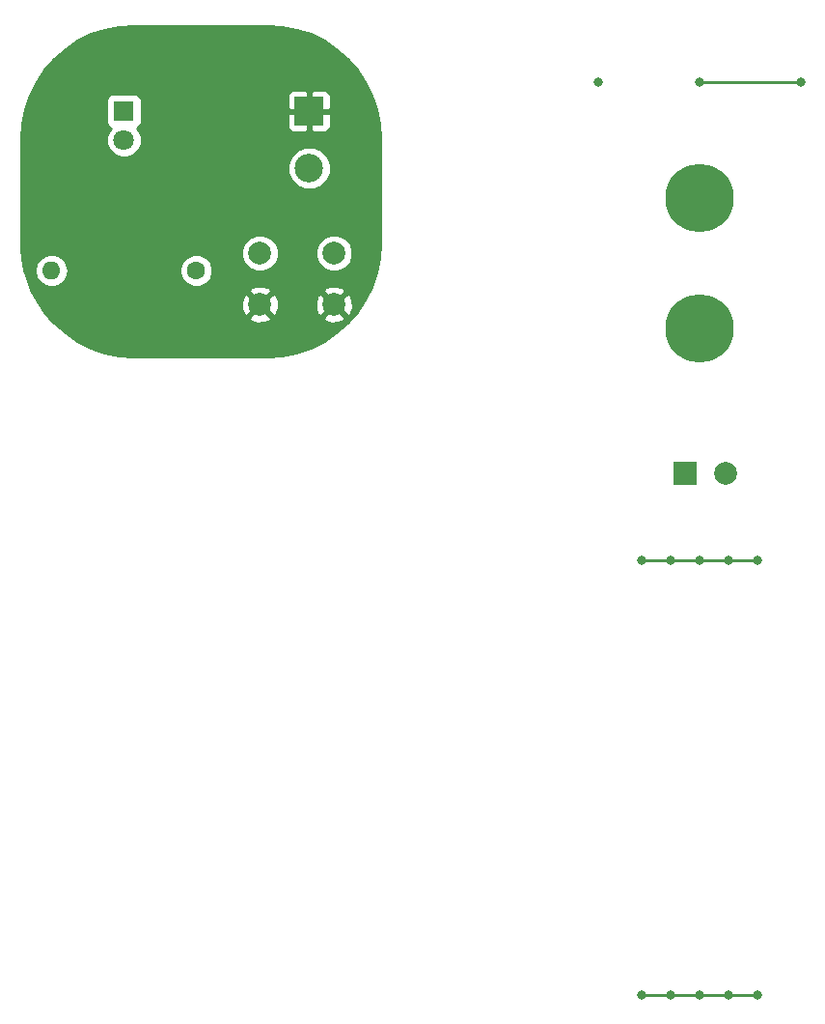
<source format=gbr>
G04 #@! TF.GenerationSoftware,KiCad,Pcbnew,5.0.1*
G04 #@! TF.CreationDate,2019-03-06T14:15:35+01:00*
G04 #@! TF.ProjectId,workshop,776F726B73686F702E6B696361645F70,rev?*
G04 #@! TF.SameCoordinates,Original*
G04 #@! TF.FileFunction,Copper,L2,Bot,Signal*
G04 #@! TF.FilePolarity,Positive*
%FSLAX46Y46*%
G04 Gerber Fmt 4.6, Leading zero omitted, Abs format (unit mm)*
G04 Created by KiCad (PCBNEW 5.0.1) date Mi 06 Mär 2019 14:15:35 CET*
%MOMM*%
%LPD*%
G01*
G04 APERTURE LIST*
G04 #@! TA.AperFunction,ComponentPad*
%ADD10C,6.000000*%
G04 #@! TD*
G04 #@! TA.AperFunction,ComponentPad*
%ADD11C,2.000000*%
G04 #@! TD*
G04 #@! TA.AperFunction,ComponentPad*
%ADD12C,1.800000*%
G04 #@! TD*
G04 #@! TA.AperFunction,ComponentPad*
%ADD13R,1.800000X1.800000*%
G04 #@! TD*
G04 #@! TA.AperFunction,ComponentPad*
%ADD14O,1.600000X1.600000*%
G04 #@! TD*
G04 #@! TA.AperFunction,ComponentPad*
%ADD15C,1.600000*%
G04 #@! TD*
G04 #@! TA.AperFunction,ComponentPad*
%ADD16C,2.500000*%
G04 #@! TD*
G04 #@! TA.AperFunction,ComponentPad*
%ADD17R,2.500000X2.500000*%
G04 #@! TD*
G04 #@! TA.AperFunction,ComponentPad*
%ADD18R,2.000000X2.000000*%
G04 #@! TD*
G04 #@! TA.AperFunction,ViaPad*
%ADD19C,0.800000*%
G04 #@! TD*
G04 #@! TA.AperFunction,Conductor*
%ADD20C,0.250000*%
G04 #@! TD*
G04 #@! TA.AperFunction,Conductor*
%ADD21C,0.254000*%
G04 #@! TD*
G04 APERTURE END LIST*
D10*
G04 #@! TO.P,REF\002A\002A,1*
G04 #@! TO.N,N/C*
X196850000Y-106680000D03*
G04 #@! TD*
D11*
G04 #@! TO.P,SW1,1*
G04 #@! TO.N,Net-(D1-Pad1)*
X164742000Y-100076000D03*
G04 #@! TO.P,SW1,2*
G04 #@! TO.N,GND*
X164742000Y-104576000D03*
G04 #@! TO.P,SW1,1*
G04 #@! TO.N,Net-(D1-Pad1)*
X158242000Y-100076000D03*
G04 #@! TO.P,SW1,2*
G04 #@! TO.N,GND*
X158242000Y-104576000D03*
G04 #@! TD*
D12*
G04 #@! TO.P,D1,2*
G04 #@! TO.N,Net-(D1-Pad2)*
X146304000Y-90170000D03*
D13*
G04 #@! TO.P,D1,1*
G04 #@! TO.N,Net-(D1-Pad1)*
X146304000Y-87630000D03*
G04 #@! TD*
D14*
G04 #@! TO.P,R1,2*
G04 #@! TO.N,+5V*
X139954000Y-101600000D03*
D15*
G04 #@! TO.P,R1,1*
G04 #@! TO.N,Net-(D1-Pad2)*
X152654000Y-101600000D03*
G04 #@! TD*
D16*
G04 #@! TO.P,J1,2*
G04 #@! TO.N,+5V*
X162560000Y-92630000D03*
D17*
G04 #@! TO.P,J1,1*
G04 #@! TO.N,GND*
X162560000Y-87630000D03*
G04 #@! TD*
D10*
G04 #@! TO.P,REF\002A\002A,1*
G04 #@! TO.N,GND*
X196850000Y-95250000D03*
G04 #@! TD*
D18*
G04 #@! TO.P,REF\002A\002A,1*
G04 #@! TO.N,N/C*
X195580000Y-119380000D03*
D11*
G04 #@! TO.P,REF\002A\002A,2*
X199080000Y-119380000D03*
G04 #@! TD*
D19*
G04 #@! TO.N,*
X187960000Y-85090000D03*
X205740000Y-85090000D03*
X196850000Y-85090000D03*
X191770000Y-127000000D03*
X194310000Y-127000000D03*
X196850000Y-127000000D03*
X199390000Y-127000000D03*
X201930000Y-127000000D03*
X191770000Y-165100000D03*
X194310000Y-165100000D03*
X196850000Y-165100000D03*
X199390000Y-165100000D03*
X201930000Y-165100000D03*
G04 #@! TD*
D20*
G04 #@! TO.N,*
X191770000Y-127000000D02*
X194310000Y-127000000D01*
X196850000Y-127000000D02*
X194310000Y-127000000D01*
X196850000Y-127000000D02*
X199390000Y-127000000D01*
X199390000Y-127000000D02*
X201930000Y-127000000D01*
X191770000Y-165100000D02*
X194310000Y-165100000D01*
X194310000Y-165100000D02*
X196850000Y-165100000D01*
X196850000Y-165100000D02*
X199390000Y-165100000D01*
X199390000Y-165100000D02*
X201930000Y-165100000D01*
X196850000Y-85090000D02*
X205740000Y-85090000D01*
G04 #@! TD*
D21*
G04 #@! TO.N,GND*
G36*
X160198646Y-80221734D02*
X161465253Y-80473679D01*
X162688126Y-80888789D01*
X163846365Y-81459968D01*
X164920134Y-82177438D01*
X165891073Y-83028927D01*
X166742562Y-83999866D01*
X167460032Y-85073635D01*
X168031211Y-86231874D01*
X168446321Y-87454747D01*
X168698266Y-88721354D01*
X168783000Y-90014156D01*
X168783000Y-99215844D01*
X168698266Y-100508646D01*
X168446321Y-101775253D01*
X168031211Y-102998126D01*
X167460032Y-104156365D01*
X166742562Y-105230134D01*
X165891073Y-106201073D01*
X164920134Y-107052562D01*
X163846365Y-107770032D01*
X162688126Y-108341211D01*
X161465253Y-108756321D01*
X160198646Y-109008266D01*
X158905844Y-109093000D01*
X147164156Y-109093000D01*
X145871354Y-109008266D01*
X144604747Y-108756321D01*
X143381874Y-108341211D01*
X142223635Y-107770032D01*
X141149866Y-107052562D01*
X140178927Y-106201073D01*
X139764521Y-105728532D01*
X157269073Y-105728532D01*
X157367736Y-105995387D01*
X157977461Y-106221908D01*
X158627460Y-106197856D01*
X159116264Y-105995387D01*
X159214927Y-105728532D01*
X163769073Y-105728532D01*
X163867736Y-105995387D01*
X164477461Y-106221908D01*
X165127460Y-106197856D01*
X165616264Y-105995387D01*
X165714927Y-105728532D01*
X164742000Y-104755605D01*
X163769073Y-105728532D01*
X159214927Y-105728532D01*
X158242000Y-104755605D01*
X157269073Y-105728532D01*
X139764521Y-105728532D01*
X139327438Y-105230134D01*
X138713600Y-104311461D01*
X156596092Y-104311461D01*
X156620144Y-104961460D01*
X156822613Y-105450264D01*
X157089468Y-105548927D01*
X158062395Y-104576000D01*
X158421605Y-104576000D01*
X159394532Y-105548927D01*
X159661387Y-105450264D01*
X159887908Y-104840539D01*
X159868331Y-104311461D01*
X163096092Y-104311461D01*
X163120144Y-104961460D01*
X163322613Y-105450264D01*
X163589468Y-105548927D01*
X164562395Y-104576000D01*
X164921605Y-104576000D01*
X165894532Y-105548927D01*
X166161387Y-105450264D01*
X166387908Y-104840539D01*
X166363856Y-104190540D01*
X166161387Y-103701736D01*
X165894532Y-103603073D01*
X164921605Y-104576000D01*
X164562395Y-104576000D01*
X163589468Y-103603073D01*
X163322613Y-103701736D01*
X163096092Y-104311461D01*
X159868331Y-104311461D01*
X159863856Y-104190540D01*
X159661387Y-103701736D01*
X159394532Y-103603073D01*
X158421605Y-104576000D01*
X158062395Y-104576000D01*
X157089468Y-103603073D01*
X156822613Y-103701736D01*
X156596092Y-104311461D01*
X138713600Y-104311461D01*
X138609968Y-104156365D01*
X138248544Y-103423468D01*
X157269073Y-103423468D01*
X158242000Y-104396395D01*
X159214927Y-103423468D01*
X163769073Y-103423468D01*
X164742000Y-104396395D01*
X165714927Y-103423468D01*
X165616264Y-103156613D01*
X165006539Y-102930092D01*
X164356540Y-102954144D01*
X163867736Y-103156613D01*
X163769073Y-103423468D01*
X159214927Y-103423468D01*
X159116264Y-103156613D01*
X158506539Y-102930092D01*
X157856540Y-102954144D01*
X157367736Y-103156613D01*
X157269073Y-103423468D01*
X138248544Y-103423468D01*
X138038789Y-102998126D01*
X137623679Y-101775253D01*
X137588819Y-101600000D01*
X138490887Y-101600000D01*
X138602260Y-102159909D01*
X138919423Y-102634577D01*
X139394091Y-102951740D01*
X139812667Y-103035000D01*
X140095333Y-103035000D01*
X140513909Y-102951740D01*
X140988577Y-102634577D01*
X141305740Y-102159909D01*
X141417113Y-101600000D01*
X141360336Y-101314561D01*
X151219000Y-101314561D01*
X151219000Y-101885439D01*
X151437466Y-102412862D01*
X151841138Y-102816534D01*
X152368561Y-103035000D01*
X152939439Y-103035000D01*
X153466862Y-102816534D01*
X153870534Y-102412862D01*
X154089000Y-101885439D01*
X154089000Y-101314561D01*
X153870534Y-100787138D01*
X153466862Y-100383466D01*
X152939439Y-100165000D01*
X152368561Y-100165000D01*
X151841138Y-100383466D01*
X151437466Y-100787138D01*
X151219000Y-101314561D01*
X141360336Y-101314561D01*
X141305740Y-101040091D01*
X140988577Y-100565423D01*
X140513909Y-100248260D01*
X140095333Y-100165000D01*
X139812667Y-100165000D01*
X139394091Y-100248260D01*
X138919423Y-100565423D01*
X138602260Y-101040091D01*
X138490887Y-101600000D01*
X137588819Y-101600000D01*
X137371734Y-100508646D01*
X137322062Y-99750778D01*
X156607000Y-99750778D01*
X156607000Y-100401222D01*
X156855914Y-101002153D01*
X157315847Y-101462086D01*
X157916778Y-101711000D01*
X158567222Y-101711000D01*
X159168153Y-101462086D01*
X159628086Y-101002153D01*
X159877000Y-100401222D01*
X159877000Y-99750778D01*
X163107000Y-99750778D01*
X163107000Y-100401222D01*
X163355914Y-101002153D01*
X163815847Y-101462086D01*
X164416778Y-101711000D01*
X165067222Y-101711000D01*
X165668153Y-101462086D01*
X166128086Y-101002153D01*
X166377000Y-100401222D01*
X166377000Y-99750778D01*
X166128086Y-99149847D01*
X165668153Y-98689914D01*
X165067222Y-98441000D01*
X164416778Y-98441000D01*
X163815847Y-98689914D01*
X163355914Y-99149847D01*
X163107000Y-99750778D01*
X159877000Y-99750778D01*
X159628086Y-99149847D01*
X159168153Y-98689914D01*
X158567222Y-98441000D01*
X157916778Y-98441000D01*
X157315847Y-98689914D01*
X156855914Y-99149847D01*
X156607000Y-99750778D01*
X137322062Y-99750778D01*
X137287000Y-99215844D01*
X137287000Y-92255050D01*
X160675000Y-92255050D01*
X160675000Y-93004950D01*
X160961974Y-93697767D01*
X161492233Y-94228026D01*
X162185050Y-94515000D01*
X162934950Y-94515000D01*
X163627767Y-94228026D01*
X164158026Y-93697767D01*
X164445000Y-93004950D01*
X164445000Y-92255050D01*
X164158026Y-91562233D01*
X163627767Y-91031974D01*
X162934950Y-90745000D01*
X162185050Y-90745000D01*
X161492233Y-91031974D01*
X160961974Y-91562233D01*
X160675000Y-92255050D01*
X137287000Y-92255050D01*
X137287000Y-90014156D01*
X137371734Y-88721354D01*
X137623679Y-87454747D01*
X137869697Y-86730000D01*
X144756560Y-86730000D01*
X144756560Y-88530000D01*
X144805843Y-88777765D01*
X144946191Y-88987809D01*
X145156235Y-89128157D01*
X145171908Y-89131275D01*
X145002690Y-89300493D01*
X144769000Y-89864670D01*
X144769000Y-90475330D01*
X145002690Y-91039507D01*
X145434493Y-91471310D01*
X145998670Y-91705000D01*
X146609330Y-91705000D01*
X147173507Y-91471310D01*
X147605310Y-91039507D01*
X147839000Y-90475330D01*
X147839000Y-89864670D01*
X147605310Y-89300493D01*
X147436092Y-89131275D01*
X147451765Y-89128157D01*
X147661809Y-88987809D01*
X147802157Y-88777765D01*
X147851440Y-88530000D01*
X147851440Y-87915750D01*
X160675000Y-87915750D01*
X160675000Y-89006309D01*
X160771673Y-89239698D01*
X160950301Y-89418327D01*
X161183690Y-89515000D01*
X162274250Y-89515000D01*
X162433000Y-89356250D01*
X162433000Y-87757000D01*
X162687000Y-87757000D01*
X162687000Y-89356250D01*
X162845750Y-89515000D01*
X163936310Y-89515000D01*
X164169699Y-89418327D01*
X164348327Y-89239698D01*
X164445000Y-89006309D01*
X164445000Y-87915750D01*
X164286250Y-87757000D01*
X162687000Y-87757000D01*
X162433000Y-87757000D01*
X160833750Y-87757000D01*
X160675000Y-87915750D01*
X147851440Y-87915750D01*
X147851440Y-86730000D01*
X147802157Y-86482235D01*
X147661809Y-86272191D01*
X147634123Y-86253691D01*
X160675000Y-86253691D01*
X160675000Y-87344250D01*
X160833750Y-87503000D01*
X162433000Y-87503000D01*
X162433000Y-85903750D01*
X162687000Y-85903750D01*
X162687000Y-87503000D01*
X164286250Y-87503000D01*
X164445000Y-87344250D01*
X164445000Y-86253691D01*
X164348327Y-86020302D01*
X164169699Y-85841673D01*
X163936310Y-85745000D01*
X162845750Y-85745000D01*
X162687000Y-85903750D01*
X162433000Y-85903750D01*
X162274250Y-85745000D01*
X161183690Y-85745000D01*
X160950301Y-85841673D01*
X160771673Y-86020302D01*
X160675000Y-86253691D01*
X147634123Y-86253691D01*
X147451765Y-86131843D01*
X147204000Y-86082560D01*
X145404000Y-86082560D01*
X145156235Y-86131843D01*
X144946191Y-86272191D01*
X144805843Y-86482235D01*
X144756560Y-86730000D01*
X137869697Y-86730000D01*
X138038789Y-86231874D01*
X138609968Y-85073635D01*
X139327438Y-83999866D01*
X140178927Y-83028927D01*
X141149866Y-82177438D01*
X142223635Y-81459968D01*
X143381874Y-80888789D01*
X144604747Y-80473679D01*
X145871354Y-80221734D01*
X147164156Y-80137000D01*
X158905844Y-80137000D01*
X160198646Y-80221734D01*
X160198646Y-80221734D01*
G37*
X160198646Y-80221734D02*
X161465253Y-80473679D01*
X162688126Y-80888789D01*
X163846365Y-81459968D01*
X164920134Y-82177438D01*
X165891073Y-83028927D01*
X166742562Y-83999866D01*
X167460032Y-85073635D01*
X168031211Y-86231874D01*
X168446321Y-87454747D01*
X168698266Y-88721354D01*
X168783000Y-90014156D01*
X168783000Y-99215844D01*
X168698266Y-100508646D01*
X168446321Y-101775253D01*
X168031211Y-102998126D01*
X167460032Y-104156365D01*
X166742562Y-105230134D01*
X165891073Y-106201073D01*
X164920134Y-107052562D01*
X163846365Y-107770032D01*
X162688126Y-108341211D01*
X161465253Y-108756321D01*
X160198646Y-109008266D01*
X158905844Y-109093000D01*
X147164156Y-109093000D01*
X145871354Y-109008266D01*
X144604747Y-108756321D01*
X143381874Y-108341211D01*
X142223635Y-107770032D01*
X141149866Y-107052562D01*
X140178927Y-106201073D01*
X139764521Y-105728532D01*
X157269073Y-105728532D01*
X157367736Y-105995387D01*
X157977461Y-106221908D01*
X158627460Y-106197856D01*
X159116264Y-105995387D01*
X159214927Y-105728532D01*
X163769073Y-105728532D01*
X163867736Y-105995387D01*
X164477461Y-106221908D01*
X165127460Y-106197856D01*
X165616264Y-105995387D01*
X165714927Y-105728532D01*
X164742000Y-104755605D01*
X163769073Y-105728532D01*
X159214927Y-105728532D01*
X158242000Y-104755605D01*
X157269073Y-105728532D01*
X139764521Y-105728532D01*
X139327438Y-105230134D01*
X138713600Y-104311461D01*
X156596092Y-104311461D01*
X156620144Y-104961460D01*
X156822613Y-105450264D01*
X157089468Y-105548927D01*
X158062395Y-104576000D01*
X158421605Y-104576000D01*
X159394532Y-105548927D01*
X159661387Y-105450264D01*
X159887908Y-104840539D01*
X159868331Y-104311461D01*
X163096092Y-104311461D01*
X163120144Y-104961460D01*
X163322613Y-105450264D01*
X163589468Y-105548927D01*
X164562395Y-104576000D01*
X164921605Y-104576000D01*
X165894532Y-105548927D01*
X166161387Y-105450264D01*
X166387908Y-104840539D01*
X166363856Y-104190540D01*
X166161387Y-103701736D01*
X165894532Y-103603073D01*
X164921605Y-104576000D01*
X164562395Y-104576000D01*
X163589468Y-103603073D01*
X163322613Y-103701736D01*
X163096092Y-104311461D01*
X159868331Y-104311461D01*
X159863856Y-104190540D01*
X159661387Y-103701736D01*
X159394532Y-103603073D01*
X158421605Y-104576000D01*
X158062395Y-104576000D01*
X157089468Y-103603073D01*
X156822613Y-103701736D01*
X156596092Y-104311461D01*
X138713600Y-104311461D01*
X138609968Y-104156365D01*
X138248544Y-103423468D01*
X157269073Y-103423468D01*
X158242000Y-104396395D01*
X159214927Y-103423468D01*
X163769073Y-103423468D01*
X164742000Y-104396395D01*
X165714927Y-103423468D01*
X165616264Y-103156613D01*
X165006539Y-102930092D01*
X164356540Y-102954144D01*
X163867736Y-103156613D01*
X163769073Y-103423468D01*
X159214927Y-103423468D01*
X159116264Y-103156613D01*
X158506539Y-102930092D01*
X157856540Y-102954144D01*
X157367736Y-103156613D01*
X157269073Y-103423468D01*
X138248544Y-103423468D01*
X138038789Y-102998126D01*
X137623679Y-101775253D01*
X137588819Y-101600000D01*
X138490887Y-101600000D01*
X138602260Y-102159909D01*
X138919423Y-102634577D01*
X139394091Y-102951740D01*
X139812667Y-103035000D01*
X140095333Y-103035000D01*
X140513909Y-102951740D01*
X140988577Y-102634577D01*
X141305740Y-102159909D01*
X141417113Y-101600000D01*
X141360336Y-101314561D01*
X151219000Y-101314561D01*
X151219000Y-101885439D01*
X151437466Y-102412862D01*
X151841138Y-102816534D01*
X152368561Y-103035000D01*
X152939439Y-103035000D01*
X153466862Y-102816534D01*
X153870534Y-102412862D01*
X154089000Y-101885439D01*
X154089000Y-101314561D01*
X153870534Y-100787138D01*
X153466862Y-100383466D01*
X152939439Y-100165000D01*
X152368561Y-100165000D01*
X151841138Y-100383466D01*
X151437466Y-100787138D01*
X151219000Y-101314561D01*
X141360336Y-101314561D01*
X141305740Y-101040091D01*
X140988577Y-100565423D01*
X140513909Y-100248260D01*
X140095333Y-100165000D01*
X139812667Y-100165000D01*
X139394091Y-100248260D01*
X138919423Y-100565423D01*
X138602260Y-101040091D01*
X138490887Y-101600000D01*
X137588819Y-101600000D01*
X137371734Y-100508646D01*
X137322062Y-99750778D01*
X156607000Y-99750778D01*
X156607000Y-100401222D01*
X156855914Y-101002153D01*
X157315847Y-101462086D01*
X157916778Y-101711000D01*
X158567222Y-101711000D01*
X159168153Y-101462086D01*
X159628086Y-101002153D01*
X159877000Y-100401222D01*
X159877000Y-99750778D01*
X163107000Y-99750778D01*
X163107000Y-100401222D01*
X163355914Y-101002153D01*
X163815847Y-101462086D01*
X164416778Y-101711000D01*
X165067222Y-101711000D01*
X165668153Y-101462086D01*
X166128086Y-101002153D01*
X166377000Y-100401222D01*
X166377000Y-99750778D01*
X166128086Y-99149847D01*
X165668153Y-98689914D01*
X165067222Y-98441000D01*
X164416778Y-98441000D01*
X163815847Y-98689914D01*
X163355914Y-99149847D01*
X163107000Y-99750778D01*
X159877000Y-99750778D01*
X159628086Y-99149847D01*
X159168153Y-98689914D01*
X158567222Y-98441000D01*
X157916778Y-98441000D01*
X157315847Y-98689914D01*
X156855914Y-99149847D01*
X156607000Y-99750778D01*
X137322062Y-99750778D01*
X137287000Y-99215844D01*
X137287000Y-92255050D01*
X160675000Y-92255050D01*
X160675000Y-93004950D01*
X160961974Y-93697767D01*
X161492233Y-94228026D01*
X162185050Y-94515000D01*
X162934950Y-94515000D01*
X163627767Y-94228026D01*
X164158026Y-93697767D01*
X164445000Y-93004950D01*
X164445000Y-92255050D01*
X164158026Y-91562233D01*
X163627767Y-91031974D01*
X162934950Y-90745000D01*
X162185050Y-90745000D01*
X161492233Y-91031974D01*
X160961974Y-91562233D01*
X160675000Y-92255050D01*
X137287000Y-92255050D01*
X137287000Y-90014156D01*
X137371734Y-88721354D01*
X137623679Y-87454747D01*
X137869697Y-86730000D01*
X144756560Y-86730000D01*
X144756560Y-88530000D01*
X144805843Y-88777765D01*
X144946191Y-88987809D01*
X145156235Y-89128157D01*
X145171908Y-89131275D01*
X145002690Y-89300493D01*
X144769000Y-89864670D01*
X144769000Y-90475330D01*
X145002690Y-91039507D01*
X145434493Y-91471310D01*
X145998670Y-91705000D01*
X146609330Y-91705000D01*
X147173507Y-91471310D01*
X147605310Y-91039507D01*
X147839000Y-90475330D01*
X147839000Y-89864670D01*
X147605310Y-89300493D01*
X147436092Y-89131275D01*
X147451765Y-89128157D01*
X147661809Y-88987809D01*
X147802157Y-88777765D01*
X147851440Y-88530000D01*
X147851440Y-87915750D01*
X160675000Y-87915750D01*
X160675000Y-89006309D01*
X160771673Y-89239698D01*
X160950301Y-89418327D01*
X161183690Y-89515000D01*
X162274250Y-89515000D01*
X162433000Y-89356250D01*
X162433000Y-87757000D01*
X162687000Y-87757000D01*
X162687000Y-89356250D01*
X162845750Y-89515000D01*
X163936310Y-89515000D01*
X164169699Y-89418327D01*
X164348327Y-89239698D01*
X164445000Y-89006309D01*
X164445000Y-87915750D01*
X164286250Y-87757000D01*
X162687000Y-87757000D01*
X162433000Y-87757000D01*
X160833750Y-87757000D01*
X160675000Y-87915750D01*
X147851440Y-87915750D01*
X147851440Y-86730000D01*
X147802157Y-86482235D01*
X147661809Y-86272191D01*
X147634123Y-86253691D01*
X160675000Y-86253691D01*
X160675000Y-87344250D01*
X160833750Y-87503000D01*
X162433000Y-87503000D01*
X162433000Y-85903750D01*
X162687000Y-85903750D01*
X162687000Y-87503000D01*
X164286250Y-87503000D01*
X164445000Y-87344250D01*
X164445000Y-86253691D01*
X164348327Y-86020302D01*
X164169699Y-85841673D01*
X163936310Y-85745000D01*
X162845750Y-85745000D01*
X162687000Y-85903750D01*
X162433000Y-85903750D01*
X162274250Y-85745000D01*
X161183690Y-85745000D01*
X160950301Y-85841673D01*
X160771673Y-86020302D01*
X160675000Y-86253691D01*
X147634123Y-86253691D01*
X147451765Y-86131843D01*
X147204000Y-86082560D01*
X145404000Y-86082560D01*
X145156235Y-86131843D01*
X144946191Y-86272191D01*
X144805843Y-86482235D01*
X144756560Y-86730000D01*
X137869697Y-86730000D01*
X138038789Y-86231874D01*
X138609968Y-85073635D01*
X139327438Y-83999866D01*
X140178927Y-83028927D01*
X141149866Y-82177438D01*
X142223635Y-81459968D01*
X143381874Y-80888789D01*
X144604747Y-80473679D01*
X145871354Y-80221734D01*
X147164156Y-80137000D01*
X158905844Y-80137000D01*
X160198646Y-80221734D01*
G04 #@! TD*
M02*

</source>
